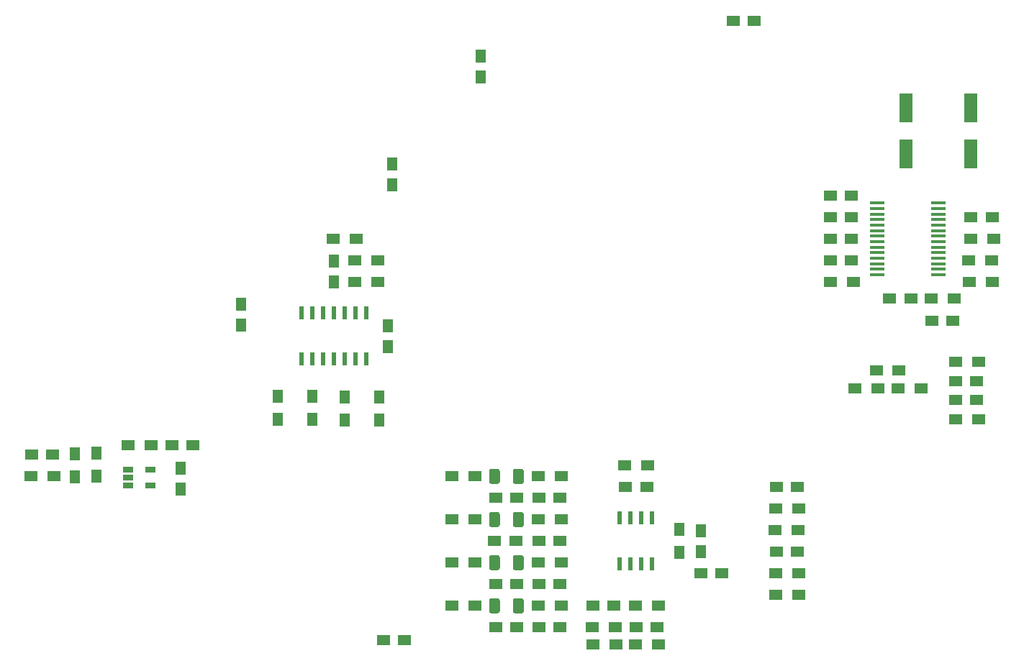
<source format=gbr>
G04 #@! TF.GenerationSoftware,KiCad,Pcbnew,(5.1.2-1)-1*
G04 #@! TF.CreationDate,2019-07-31T09:07:11+08:00*
G04 #@! TF.ProjectId,SDR_RECEIVER,5344525f-5245-4434-9549-5645522e6b69,rev?*
G04 #@! TF.SameCoordinates,Original*
G04 #@! TF.FileFunction,Paste,Top*
G04 #@! TF.FilePolarity,Positive*
%FSLAX46Y46*%
G04 Gerber Fmt 4.6, Leading zero omitted, Abs format (unit mm)*
G04 Created by KiCad (PCBNEW (5.1.2-1)-1) date 2019-07-31 09:07:11*
%MOMM*%
%LPD*%
G04 APERTURE LIST*
%ADD10R,1.500000X1.250000*%
%ADD11R,1.500000X1.300000*%
%ADD12R,1.250000X1.500000*%
%ADD13R,1.300000X1.500000*%
%ADD14R,1.220000X0.650000*%
%ADD15R,0.600000X1.500000*%
%ADD16C,0.100000*%
%ADD17C,1.250000*%
%ADD18R,1.600000X3.500000*%
%ADD19R,0.600000X1.550000*%
%ADD20R,1.750000X0.450000*%
G04 APERTURE END LIST*
D10*
X176002000Y-100533200D03*
X173502000Y-100533200D03*
X176002000Y-102793800D03*
X173502000Y-102793800D03*
D11*
X166856400Y-99314000D03*
X164156400Y-99314000D03*
X176203600Y-98298000D03*
X173503600Y-98298000D03*
X176203600Y-105079800D03*
X173503600Y-105079800D03*
X169421800Y-101422200D03*
X166721800Y-101422200D03*
X161692600Y-101422200D03*
X164392600Y-101422200D03*
D10*
X64790000Y-109220000D03*
X67290000Y-109220000D03*
X108672000Y-131064000D03*
X106172000Y-131064000D03*
X81300000Y-108110000D03*
X83800000Y-108110000D03*
D12*
X82296000Y-113264000D03*
X82296000Y-110764000D03*
X89408000Y-93960000D03*
X89408000Y-91460000D03*
D10*
X143530000Y-123190000D03*
X146030000Y-123190000D03*
X119400000Y-114300000D03*
X121900000Y-114300000D03*
X119273000Y-119380000D03*
X121773000Y-119380000D03*
X121900000Y-124460000D03*
X119400000Y-124460000D03*
X119400000Y-129540000D03*
X121900000Y-129540000D03*
X126980000Y-114300000D03*
X124480000Y-114300000D03*
X126980000Y-119380000D03*
X124480000Y-119380000D03*
X124480000Y-124460000D03*
X126980000Y-124460000D03*
X126980000Y-129540000D03*
X124480000Y-129540000D03*
D12*
X143510000Y-118130000D03*
X143510000Y-120630000D03*
D10*
X137160000Y-113030000D03*
X134660000Y-113030000D03*
X130830000Y-127000000D03*
X133330000Y-127000000D03*
X135910000Y-129540000D03*
X138410000Y-129540000D03*
D12*
X106680000Y-94000000D03*
X106680000Y-96500000D03*
X100330000Y-86380000D03*
X100330000Y-88880000D03*
D10*
X149840000Y-58166000D03*
X147340000Y-58166000D03*
X152420000Y-120650000D03*
X154920000Y-120650000D03*
D12*
X117602000Y-62250000D03*
X117602000Y-64750000D03*
D10*
X154920000Y-113030000D03*
X152420000Y-113030000D03*
D12*
X107188000Y-74950000D03*
X107188000Y-77450000D03*
D11*
X67390000Y-111760000D03*
X64690000Y-111760000D03*
D13*
X69850000Y-111840000D03*
X69850000Y-109140000D03*
X72390000Y-111760000D03*
X72390000Y-109060000D03*
D11*
X76120000Y-108110000D03*
X78820000Y-108110000D03*
D13*
X105700000Y-105150000D03*
X105700000Y-102450000D03*
X93726000Y-102350000D03*
X93726000Y-105050000D03*
X101600000Y-102450000D03*
X101600000Y-105150000D03*
X97790000Y-105050000D03*
X97790000Y-102350000D03*
D11*
X114220000Y-111760000D03*
X116920000Y-111760000D03*
X116920000Y-116840000D03*
X114220000Y-116840000D03*
X114220000Y-121920000D03*
X116920000Y-121920000D03*
X116920000Y-127000000D03*
X114220000Y-127000000D03*
X127080000Y-116840000D03*
X124380000Y-116840000D03*
X124380000Y-121920000D03*
X127080000Y-121920000D03*
X124380000Y-127000000D03*
X127080000Y-127000000D03*
X124380000Y-111760000D03*
X127080000Y-111760000D03*
D13*
X140970000Y-120730000D03*
X140970000Y-118030000D03*
D11*
X134540000Y-110490000D03*
X137240000Y-110490000D03*
X133430000Y-129540000D03*
X130730000Y-129540000D03*
X135810000Y-127000000D03*
X138510000Y-127000000D03*
X100250000Y-83820000D03*
X102950000Y-83820000D03*
X105490000Y-86360000D03*
X102790000Y-86360000D03*
X105490000Y-88900000D03*
X102790000Y-88900000D03*
X138510000Y-131572000D03*
X135810000Y-131572000D03*
X130810000Y-131572000D03*
X133510000Y-131572000D03*
X152320000Y-125730000D03*
X155020000Y-125730000D03*
X154940000Y-118110000D03*
X152240000Y-118110000D03*
X155020000Y-115570000D03*
X152320000Y-115570000D03*
X152320000Y-123190000D03*
X155020000Y-123190000D03*
D14*
X76160000Y-110970000D03*
X76160000Y-111920000D03*
X76160000Y-112870000D03*
X78780000Y-112870000D03*
X78780000Y-110970000D03*
D15*
X104140000Y-92550000D03*
X102870000Y-92550000D03*
X101600000Y-92550000D03*
X100330000Y-92550000D03*
X99060000Y-92550000D03*
X97790000Y-92550000D03*
X96520000Y-92550000D03*
X96520000Y-97950000D03*
X97790000Y-97950000D03*
X99060000Y-97950000D03*
X100330000Y-97950000D03*
X101600000Y-97950000D03*
X102870000Y-97950000D03*
X104140000Y-97950000D03*
D16*
G36*
X122449504Y-110886204D02*
G01*
X122473773Y-110889804D01*
X122497571Y-110895765D01*
X122520671Y-110904030D01*
X122542849Y-110914520D01*
X122563893Y-110927133D01*
X122583598Y-110941747D01*
X122601777Y-110958223D01*
X122618253Y-110976402D01*
X122632867Y-110996107D01*
X122645480Y-111017151D01*
X122655970Y-111039329D01*
X122664235Y-111062429D01*
X122670196Y-111086227D01*
X122673796Y-111110496D01*
X122675000Y-111135000D01*
X122675000Y-112385000D01*
X122673796Y-112409504D01*
X122670196Y-112433773D01*
X122664235Y-112457571D01*
X122655970Y-112480671D01*
X122645480Y-112502849D01*
X122632867Y-112523893D01*
X122618253Y-112543598D01*
X122601777Y-112561777D01*
X122583598Y-112578253D01*
X122563893Y-112592867D01*
X122542849Y-112605480D01*
X122520671Y-112615970D01*
X122497571Y-112624235D01*
X122473773Y-112630196D01*
X122449504Y-112633796D01*
X122425000Y-112635000D01*
X121675000Y-112635000D01*
X121650496Y-112633796D01*
X121626227Y-112630196D01*
X121602429Y-112624235D01*
X121579329Y-112615970D01*
X121557151Y-112605480D01*
X121536107Y-112592867D01*
X121516402Y-112578253D01*
X121498223Y-112561777D01*
X121481747Y-112543598D01*
X121467133Y-112523893D01*
X121454520Y-112502849D01*
X121444030Y-112480671D01*
X121435765Y-112457571D01*
X121429804Y-112433773D01*
X121426204Y-112409504D01*
X121425000Y-112385000D01*
X121425000Y-111135000D01*
X121426204Y-111110496D01*
X121429804Y-111086227D01*
X121435765Y-111062429D01*
X121444030Y-111039329D01*
X121454520Y-111017151D01*
X121467133Y-110996107D01*
X121481747Y-110976402D01*
X121498223Y-110958223D01*
X121516402Y-110941747D01*
X121536107Y-110927133D01*
X121557151Y-110914520D01*
X121579329Y-110904030D01*
X121602429Y-110895765D01*
X121626227Y-110889804D01*
X121650496Y-110886204D01*
X121675000Y-110885000D01*
X122425000Y-110885000D01*
X122449504Y-110886204D01*
X122449504Y-110886204D01*
G37*
D17*
X122050000Y-111760000D03*
D16*
G36*
X119649504Y-110886204D02*
G01*
X119673773Y-110889804D01*
X119697571Y-110895765D01*
X119720671Y-110904030D01*
X119742849Y-110914520D01*
X119763893Y-110927133D01*
X119783598Y-110941747D01*
X119801777Y-110958223D01*
X119818253Y-110976402D01*
X119832867Y-110996107D01*
X119845480Y-111017151D01*
X119855970Y-111039329D01*
X119864235Y-111062429D01*
X119870196Y-111086227D01*
X119873796Y-111110496D01*
X119875000Y-111135000D01*
X119875000Y-112385000D01*
X119873796Y-112409504D01*
X119870196Y-112433773D01*
X119864235Y-112457571D01*
X119855970Y-112480671D01*
X119845480Y-112502849D01*
X119832867Y-112523893D01*
X119818253Y-112543598D01*
X119801777Y-112561777D01*
X119783598Y-112578253D01*
X119763893Y-112592867D01*
X119742849Y-112605480D01*
X119720671Y-112615970D01*
X119697571Y-112624235D01*
X119673773Y-112630196D01*
X119649504Y-112633796D01*
X119625000Y-112635000D01*
X118875000Y-112635000D01*
X118850496Y-112633796D01*
X118826227Y-112630196D01*
X118802429Y-112624235D01*
X118779329Y-112615970D01*
X118757151Y-112605480D01*
X118736107Y-112592867D01*
X118716402Y-112578253D01*
X118698223Y-112561777D01*
X118681747Y-112543598D01*
X118667133Y-112523893D01*
X118654520Y-112502849D01*
X118644030Y-112480671D01*
X118635765Y-112457571D01*
X118629804Y-112433773D01*
X118626204Y-112409504D01*
X118625000Y-112385000D01*
X118625000Y-111135000D01*
X118626204Y-111110496D01*
X118629804Y-111086227D01*
X118635765Y-111062429D01*
X118644030Y-111039329D01*
X118654520Y-111017151D01*
X118667133Y-110996107D01*
X118681747Y-110976402D01*
X118698223Y-110958223D01*
X118716402Y-110941747D01*
X118736107Y-110927133D01*
X118757151Y-110914520D01*
X118779329Y-110904030D01*
X118802429Y-110895765D01*
X118826227Y-110889804D01*
X118850496Y-110886204D01*
X118875000Y-110885000D01*
X119625000Y-110885000D01*
X119649504Y-110886204D01*
X119649504Y-110886204D01*
G37*
D17*
X119250000Y-111760000D03*
D16*
G36*
X119649504Y-115966204D02*
G01*
X119673773Y-115969804D01*
X119697571Y-115975765D01*
X119720671Y-115984030D01*
X119742849Y-115994520D01*
X119763893Y-116007133D01*
X119783598Y-116021747D01*
X119801777Y-116038223D01*
X119818253Y-116056402D01*
X119832867Y-116076107D01*
X119845480Y-116097151D01*
X119855970Y-116119329D01*
X119864235Y-116142429D01*
X119870196Y-116166227D01*
X119873796Y-116190496D01*
X119875000Y-116215000D01*
X119875000Y-117465000D01*
X119873796Y-117489504D01*
X119870196Y-117513773D01*
X119864235Y-117537571D01*
X119855970Y-117560671D01*
X119845480Y-117582849D01*
X119832867Y-117603893D01*
X119818253Y-117623598D01*
X119801777Y-117641777D01*
X119783598Y-117658253D01*
X119763893Y-117672867D01*
X119742849Y-117685480D01*
X119720671Y-117695970D01*
X119697571Y-117704235D01*
X119673773Y-117710196D01*
X119649504Y-117713796D01*
X119625000Y-117715000D01*
X118875000Y-117715000D01*
X118850496Y-117713796D01*
X118826227Y-117710196D01*
X118802429Y-117704235D01*
X118779329Y-117695970D01*
X118757151Y-117685480D01*
X118736107Y-117672867D01*
X118716402Y-117658253D01*
X118698223Y-117641777D01*
X118681747Y-117623598D01*
X118667133Y-117603893D01*
X118654520Y-117582849D01*
X118644030Y-117560671D01*
X118635765Y-117537571D01*
X118629804Y-117513773D01*
X118626204Y-117489504D01*
X118625000Y-117465000D01*
X118625000Y-116215000D01*
X118626204Y-116190496D01*
X118629804Y-116166227D01*
X118635765Y-116142429D01*
X118644030Y-116119329D01*
X118654520Y-116097151D01*
X118667133Y-116076107D01*
X118681747Y-116056402D01*
X118698223Y-116038223D01*
X118716402Y-116021747D01*
X118736107Y-116007133D01*
X118757151Y-115994520D01*
X118779329Y-115984030D01*
X118802429Y-115975765D01*
X118826227Y-115969804D01*
X118850496Y-115966204D01*
X118875000Y-115965000D01*
X119625000Y-115965000D01*
X119649504Y-115966204D01*
X119649504Y-115966204D01*
G37*
D17*
X119250000Y-116840000D03*
D16*
G36*
X122449504Y-115966204D02*
G01*
X122473773Y-115969804D01*
X122497571Y-115975765D01*
X122520671Y-115984030D01*
X122542849Y-115994520D01*
X122563893Y-116007133D01*
X122583598Y-116021747D01*
X122601777Y-116038223D01*
X122618253Y-116056402D01*
X122632867Y-116076107D01*
X122645480Y-116097151D01*
X122655970Y-116119329D01*
X122664235Y-116142429D01*
X122670196Y-116166227D01*
X122673796Y-116190496D01*
X122675000Y-116215000D01*
X122675000Y-117465000D01*
X122673796Y-117489504D01*
X122670196Y-117513773D01*
X122664235Y-117537571D01*
X122655970Y-117560671D01*
X122645480Y-117582849D01*
X122632867Y-117603893D01*
X122618253Y-117623598D01*
X122601777Y-117641777D01*
X122583598Y-117658253D01*
X122563893Y-117672867D01*
X122542849Y-117685480D01*
X122520671Y-117695970D01*
X122497571Y-117704235D01*
X122473773Y-117710196D01*
X122449504Y-117713796D01*
X122425000Y-117715000D01*
X121675000Y-117715000D01*
X121650496Y-117713796D01*
X121626227Y-117710196D01*
X121602429Y-117704235D01*
X121579329Y-117695970D01*
X121557151Y-117685480D01*
X121536107Y-117672867D01*
X121516402Y-117658253D01*
X121498223Y-117641777D01*
X121481747Y-117623598D01*
X121467133Y-117603893D01*
X121454520Y-117582849D01*
X121444030Y-117560671D01*
X121435765Y-117537571D01*
X121429804Y-117513773D01*
X121426204Y-117489504D01*
X121425000Y-117465000D01*
X121425000Y-116215000D01*
X121426204Y-116190496D01*
X121429804Y-116166227D01*
X121435765Y-116142429D01*
X121444030Y-116119329D01*
X121454520Y-116097151D01*
X121467133Y-116076107D01*
X121481747Y-116056402D01*
X121498223Y-116038223D01*
X121516402Y-116021747D01*
X121536107Y-116007133D01*
X121557151Y-115994520D01*
X121579329Y-115984030D01*
X121602429Y-115975765D01*
X121626227Y-115969804D01*
X121650496Y-115966204D01*
X121675000Y-115965000D01*
X122425000Y-115965000D01*
X122449504Y-115966204D01*
X122449504Y-115966204D01*
G37*
D17*
X122050000Y-116840000D03*
D16*
G36*
X122449504Y-121046204D02*
G01*
X122473773Y-121049804D01*
X122497571Y-121055765D01*
X122520671Y-121064030D01*
X122542849Y-121074520D01*
X122563893Y-121087133D01*
X122583598Y-121101747D01*
X122601777Y-121118223D01*
X122618253Y-121136402D01*
X122632867Y-121156107D01*
X122645480Y-121177151D01*
X122655970Y-121199329D01*
X122664235Y-121222429D01*
X122670196Y-121246227D01*
X122673796Y-121270496D01*
X122675000Y-121295000D01*
X122675000Y-122545000D01*
X122673796Y-122569504D01*
X122670196Y-122593773D01*
X122664235Y-122617571D01*
X122655970Y-122640671D01*
X122645480Y-122662849D01*
X122632867Y-122683893D01*
X122618253Y-122703598D01*
X122601777Y-122721777D01*
X122583598Y-122738253D01*
X122563893Y-122752867D01*
X122542849Y-122765480D01*
X122520671Y-122775970D01*
X122497571Y-122784235D01*
X122473773Y-122790196D01*
X122449504Y-122793796D01*
X122425000Y-122795000D01*
X121675000Y-122795000D01*
X121650496Y-122793796D01*
X121626227Y-122790196D01*
X121602429Y-122784235D01*
X121579329Y-122775970D01*
X121557151Y-122765480D01*
X121536107Y-122752867D01*
X121516402Y-122738253D01*
X121498223Y-122721777D01*
X121481747Y-122703598D01*
X121467133Y-122683893D01*
X121454520Y-122662849D01*
X121444030Y-122640671D01*
X121435765Y-122617571D01*
X121429804Y-122593773D01*
X121426204Y-122569504D01*
X121425000Y-122545000D01*
X121425000Y-121295000D01*
X121426204Y-121270496D01*
X121429804Y-121246227D01*
X121435765Y-121222429D01*
X121444030Y-121199329D01*
X121454520Y-121177151D01*
X121467133Y-121156107D01*
X121481747Y-121136402D01*
X121498223Y-121118223D01*
X121516402Y-121101747D01*
X121536107Y-121087133D01*
X121557151Y-121074520D01*
X121579329Y-121064030D01*
X121602429Y-121055765D01*
X121626227Y-121049804D01*
X121650496Y-121046204D01*
X121675000Y-121045000D01*
X122425000Y-121045000D01*
X122449504Y-121046204D01*
X122449504Y-121046204D01*
G37*
D17*
X122050000Y-121920000D03*
D16*
G36*
X119649504Y-121046204D02*
G01*
X119673773Y-121049804D01*
X119697571Y-121055765D01*
X119720671Y-121064030D01*
X119742849Y-121074520D01*
X119763893Y-121087133D01*
X119783598Y-121101747D01*
X119801777Y-121118223D01*
X119818253Y-121136402D01*
X119832867Y-121156107D01*
X119845480Y-121177151D01*
X119855970Y-121199329D01*
X119864235Y-121222429D01*
X119870196Y-121246227D01*
X119873796Y-121270496D01*
X119875000Y-121295000D01*
X119875000Y-122545000D01*
X119873796Y-122569504D01*
X119870196Y-122593773D01*
X119864235Y-122617571D01*
X119855970Y-122640671D01*
X119845480Y-122662849D01*
X119832867Y-122683893D01*
X119818253Y-122703598D01*
X119801777Y-122721777D01*
X119783598Y-122738253D01*
X119763893Y-122752867D01*
X119742849Y-122765480D01*
X119720671Y-122775970D01*
X119697571Y-122784235D01*
X119673773Y-122790196D01*
X119649504Y-122793796D01*
X119625000Y-122795000D01*
X118875000Y-122795000D01*
X118850496Y-122793796D01*
X118826227Y-122790196D01*
X118802429Y-122784235D01*
X118779329Y-122775970D01*
X118757151Y-122765480D01*
X118736107Y-122752867D01*
X118716402Y-122738253D01*
X118698223Y-122721777D01*
X118681747Y-122703598D01*
X118667133Y-122683893D01*
X118654520Y-122662849D01*
X118644030Y-122640671D01*
X118635765Y-122617571D01*
X118629804Y-122593773D01*
X118626204Y-122569504D01*
X118625000Y-122545000D01*
X118625000Y-121295000D01*
X118626204Y-121270496D01*
X118629804Y-121246227D01*
X118635765Y-121222429D01*
X118644030Y-121199329D01*
X118654520Y-121177151D01*
X118667133Y-121156107D01*
X118681747Y-121136402D01*
X118698223Y-121118223D01*
X118716402Y-121101747D01*
X118736107Y-121087133D01*
X118757151Y-121074520D01*
X118779329Y-121064030D01*
X118802429Y-121055765D01*
X118826227Y-121049804D01*
X118850496Y-121046204D01*
X118875000Y-121045000D01*
X119625000Y-121045000D01*
X119649504Y-121046204D01*
X119649504Y-121046204D01*
G37*
D17*
X119250000Y-121920000D03*
D16*
G36*
X119649504Y-126126204D02*
G01*
X119673773Y-126129804D01*
X119697571Y-126135765D01*
X119720671Y-126144030D01*
X119742849Y-126154520D01*
X119763893Y-126167133D01*
X119783598Y-126181747D01*
X119801777Y-126198223D01*
X119818253Y-126216402D01*
X119832867Y-126236107D01*
X119845480Y-126257151D01*
X119855970Y-126279329D01*
X119864235Y-126302429D01*
X119870196Y-126326227D01*
X119873796Y-126350496D01*
X119875000Y-126375000D01*
X119875000Y-127625000D01*
X119873796Y-127649504D01*
X119870196Y-127673773D01*
X119864235Y-127697571D01*
X119855970Y-127720671D01*
X119845480Y-127742849D01*
X119832867Y-127763893D01*
X119818253Y-127783598D01*
X119801777Y-127801777D01*
X119783598Y-127818253D01*
X119763893Y-127832867D01*
X119742849Y-127845480D01*
X119720671Y-127855970D01*
X119697571Y-127864235D01*
X119673773Y-127870196D01*
X119649504Y-127873796D01*
X119625000Y-127875000D01*
X118875000Y-127875000D01*
X118850496Y-127873796D01*
X118826227Y-127870196D01*
X118802429Y-127864235D01*
X118779329Y-127855970D01*
X118757151Y-127845480D01*
X118736107Y-127832867D01*
X118716402Y-127818253D01*
X118698223Y-127801777D01*
X118681747Y-127783598D01*
X118667133Y-127763893D01*
X118654520Y-127742849D01*
X118644030Y-127720671D01*
X118635765Y-127697571D01*
X118629804Y-127673773D01*
X118626204Y-127649504D01*
X118625000Y-127625000D01*
X118625000Y-126375000D01*
X118626204Y-126350496D01*
X118629804Y-126326227D01*
X118635765Y-126302429D01*
X118644030Y-126279329D01*
X118654520Y-126257151D01*
X118667133Y-126236107D01*
X118681747Y-126216402D01*
X118698223Y-126198223D01*
X118716402Y-126181747D01*
X118736107Y-126167133D01*
X118757151Y-126154520D01*
X118779329Y-126144030D01*
X118802429Y-126135765D01*
X118826227Y-126129804D01*
X118850496Y-126126204D01*
X118875000Y-126125000D01*
X119625000Y-126125000D01*
X119649504Y-126126204D01*
X119649504Y-126126204D01*
G37*
D17*
X119250000Y-127000000D03*
D16*
G36*
X122449504Y-126126204D02*
G01*
X122473773Y-126129804D01*
X122497571Y-126135765D01*
X122520671Y-126144030D01*
X122542849Y-126154520D01*
X122563893Y-126167133D01*
X122583598Y-126181747D01*
X122601777Y-126198223D01*
X122618253Y-126216402D01*
X122632867Y-126236107D01*
X122645480Y-126257151D01*
X122655970Y-126279329D01*
X122664235Y-126302429D01*
X122670196Y-126326227D01*
X122673796Y-126350496D01*
X122675000Y-126375000D01*
X122675000Y-127625000D01*
X122673796Y-127649504D01*
X122670196Y-127673773D01*
X122664235Y-127697571D01*
X122655970Y-127720671D01*
X122645480Y-127742849D01*
X122632867Y-127763893D01*
X122618253Y-127783598D01*
X122601777Y-127801777D01*
X122583598Y-127818253D01*
X122563893Y-127832867D01*
X122542849Y-127845480D01*
X122520671Y-127855970D01*
X122497571Y-127864235D01*
X122473773Y-127870196D01*
X122449504Y-127873796D01*
X122425000Y-127875000D01*
X121675000Y-127875000D01*
X121650496Y-127873796D01*
X121626227Y-127870196D01*
X121602429Y-127864235D01*
X121579329Y-127855970D01*
X121557151Y-127845480D01*
X121536107Y-127832867D01*
X121516402Y-127818253D01*
X121498223Y-127801777D01*
X121481747Y-127783598D01*
X121467133Y-127763893D01*
X121454520Y-127742849D01*
X121444030Y-127720671D01*
X121435765Y-127697571D01*
X121429804Y-127673773D01*
X121426204Y-127649504D01*
X121425000Y-127625000D01*
X121425000Y-126375000D01*
X121426204Y-126350496D01*
X121429804Y-126326227D01*
X121435765Y-126302429D01*
X121444030Y-126279329D01*
X121454520Y-126257151D01*
X121467133Y-126236107D01*
X121481747Y-126216402D01*
X121498223Y-126198223D01*
X121516402Y-126181747D01*
X121536107Y-126167133D01*
X121557151Y-126154520D01*
X121579329Y-126144030D01*
X121602429Y-126135765D01*
X121626227Y-126129804D01*
X121650496Y-126126204D01*
X121675000Y-126125000D01*
X122425000Y-126125000D01*
X122449504Y-126126204D01*
X122449504Y-126126204D01*
G37*
D17*
X122050000Y-127000000D03*
D10*
X177800000Y-81280000D03*
X175300000Y-81280000D03*
D18*
X167640000Y-73820000D03*
X167640000Y-68420000D03*
X175260000Y-68420000D03*
X175260000Y-73820000D03*
D10*
X173208000Y-93472000D03*
X170708000Y-93472000D03*
X165755000Y-90805000D03*
X168255000Y-90805000D03*
X158770000Y-86360000D03*
X161270000Y-86360000D03*
X161270000Y-83820000D03*
X158770000Y-83820000D03*
X158770000Y-81280000D03*
X161270000Y-81280000D03*
X161270000Y-78740000D03*
X158770000Y-78740000D03*
D11*
X177960000Y-83820000D03*
X175260000Y-83820000D03*
X173355000Y-90805000D03*
X170655000Y-90805000D03*
X177800000Y-88900000D03*
X175100000Y-88900000D03*
X175006000Y-86360000D03*
X177706000Y-86360000D03*
X161497000Y-88900000D03*
X158797000Y-88900000D03*
D19*
X137795000Y-116680000D03*
X136525000Y-116680000D03*
X135255000Y-116680000D03*
X133985000Y-116680000D03*
X133985000Y-122080000D03*
X135255000Y-122080000D03*
X136525000Y-122080000D03*
X137795000Y-122080000D03*
D20*
X171494000Y-88045000D03*
X171494000Y-87395000D03*
X171494000Y-86745000D03*
X171494000Y-86095000D03*
X171494000Y-85445000D03*
X171494000Y-84795000D03*
X171494000Y-84145000D03*
X171494000Y-83495000D03*
X171494000Y-82845000D03*
X171494000Y-82195000D03*
X171494000Y-81545000D03*
X171494000Y-80895000D03*
X171494000Y-80245000D03*
X171494000Y-79595000D03*
X164294000Y-79595000D03*
X164294000Y-80245000D03*
X164294000Y-80895000D03*
X164294000Y-81545000D03*
X164294000Y-82195000D03*
X164294000Y-82845000D03*
X164294000Y-83495000D03*
X164294000Y-84145000D03*
X164294000Y-84795000D03*
X164294000Y-85445000D03*
X164294000Y-86095000D03*
X164294000Y-86745000D03*
X164294000Y-87395000D03*
X164294000Y-88045000D03*
M02*

</source>
